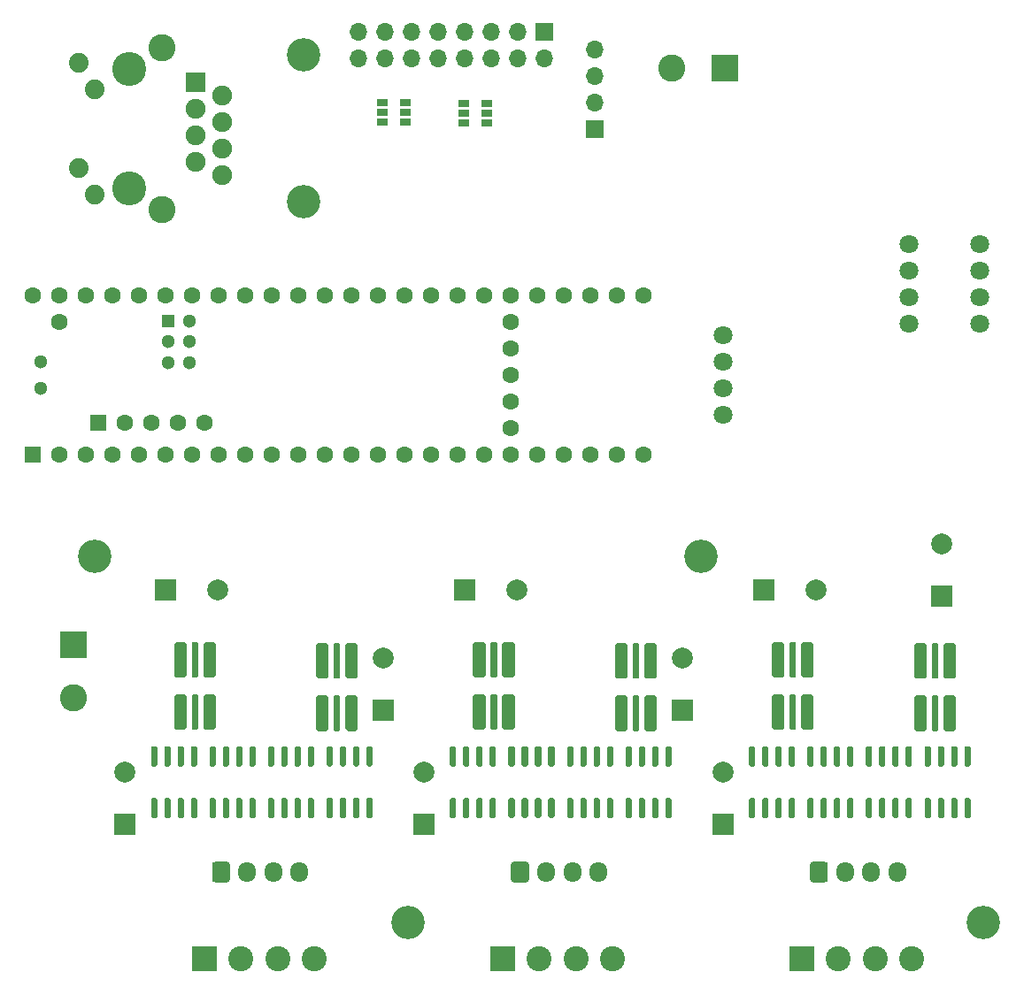
<source format=gbs>
G04 #@! TF.GenerationSoftware,KiCad,Pcbnew,5.1.9*
G04 #@! TF.CreationDate,2021-04-11T20:07:04-04:00*
G04 #@! TF.ProjectId,cnc-controller,636e632d-636f-46e7-9472-6f6c6c65722e,rev?*
G04 #@! TF.SameCoordinates,Original*
G04 #@! TF.FileFunction,Soldermask,Bot*
G04 #@! TF.FilePolarity,Negative*
%FSLAX46Y46*%
G04 Gerber Fmt 4.6, Leading zero omitted, Abs format (unit mm)*
G04 Created by KiCad (PCBNEW 5.1.9) date 2021-04-11 20:07:04*
%MOMM*%
%LPD*%
G01*
G04 APERTURE LIST*
%ADD10C,2.600000*%
%ADD11R,2.600000X2.600000*%
%ADD12C,1.300000*%
%ADD13C,1.600000*%
%ADD14R,1.300000X1.300000*%
%ADD15R,1.600000X1.600000*%
%ADD16C,1.800000*%
%ADD17R,1.060000X0.650000*%
%ADD18C,2.400000*%
%ADD19R,2.400000X2.400000*%
%ADD20O,1.700000X1.950000*%
%ADD21C,3.250000*%
%ADD22C,1.890000*%
%ADD23C,1.900000*%
%ADD24R,1.900000X1.900000*%
%ADD25O,1.700000X1.700000*%
%ADD26R,1.700000X1.700000*%
%ADD27C,3.200000*%
%ADD28C,2.000000*%
%ADD29R,2.000000X2.000000*%
G04 APERTURE END LIST*
D10*
X73220000Y-47200000D03*
D11*
X78300000Y-47200000D03*
G36*
G01*
X100203200Y-105700000D02*
X99396800Y-105700000D01*
G75*
G02*
X99200000Y-105503200I0J196800D01*
G01*
X99200000Y-102496800D01*
G75*
G02*
X99396800Y-102300000I196800J0D01*
G01*
X100203200Y-102300000D01*
G75*
G02*
X100400000Y-102496800I0J-196800D01*
G01*
X100400000Y-105503200D01*
G75*
G02*
X100203200Y-105700000I-196800J0D01*
G01*
G37*
G36*
G01*
X97403200Y-105700000D02*
X96596800Y-105700000D01*
G75*
G02*
X96400000Y-105503200I0J196800D01*
G01*
X96400000Y-102496800D01*
G75*
G02*
X96596800Y-102300000I196800J0D01*
G01*
X97403200Y-102300000D01*
G75*
G02*
X97600000Y-102496800I0J-196800D01*
G01*
X97600000Y-105503200D01*
G75*
G02*
X97403200Y-105700000I-196800J0D01*
G01*
G37*
G36*
G01*
X98601600Y-105700000D02*
X98198400Y-105700000D01*
G75*
G02*
X98100000Y-105601600I0J98400D01*
G01*
X98100000Y-102398400D01*
G75*
G02*
X98198400Y-102300000I98400J0D01*
G01*
X98601600Y-102300000D01*
G75*
G02*
X98700000Y-102398400I0J-98400D01*
G01*
X98700000Y-105601600D01*
G75*
G02*
X98601600Y-105700000I-98400J0D01*
G01*
G37*
G36*
G01*
X97403200Y-110700000D02*
X96596800Y-110700000D01*
G75*
G02*
X96400000Y-110503200I0J196800D01*
G01*
X96400000Y-107496800D01*
G75*
G02*
X96596800Y-107300000I196800J0D01*
G01*
X97403200Y-107300000D01*
G75*
G02*
X97600000Y-107496800I0J-196800D01*
G01*
X97600000Y-110503200D01*
G75*
G02*
X97403200Y-110700000I-196800J0D01*
G01*
G37*
G36*
G01*
X100203200Y-110700000D02*
X99396800Y-110700000D01*
G75*
G02*
X99200000Y-110503200I0J196800D01*
G01*
X99200000Y-107496800D01*
G75*
G02*
X99396800Y-107300000I196800J0D01*
G01*
X100203200Y-107300000D01*
G75*
G02*
X100400000Y-107496800I0J-196800D01*
G01*
X100400000Y-110503200D01*
G75*
G02*
X100203200Y-110700000I-196800J0D01*
G01*
G37*
G36*
G01*
X98601600Y-110700000D02*
X98198400Y-110700000D01*
G75*
G02*
X98100000Y-110601600I0J98400D01*
G01*
X98100000Y-107398400D01*
G75*
G02*
X98198400Y-107300000I98400J0D01*
G01*
X98601600Y-107300000D01*
G75*
G02*
X98700000Y-107398400I0J-98400D01*
G01*
X98700000Y-110601600D01*
G75*
G02*
X98601600Y-110700000I-98400J0D01*
G01*
G37*
G36*
G01*
X71603200Y-105700000D02*
X70796800Y-105700000D01*
G75*
G02*
X70600000Y-105503200I0J196800D01*
G01*
X70600000Y-102496800D01*
G75*
G02*
X70796800Y-102300000I196800J0D01*
G01*
X71603200Y-102300000D01*
G75*
G02*
X71800000Y-102496800I0J-196800D01*
G01*
X71800000Y-105503200D01*
G75*
G02*
X71603200Y-105700000I-196800J0D01*
G01*
G37*
G36*
G01*
X68803200Y-105700000D02*
X67996800Y-105700000D01*
G75*
G02*
X67800000Y-105503200I0J196800D01*
G01*
X67800000Y-102496800D01*
G75*
G02*
X67996800Y-102300000I196800J0D01*
G01*
X68803200Y-102300000D01*
G75*
G02*
X69000000Y-102496800I0J-196800D01*
G01*
X69000000Y-105503200D01*
G75*
G02*
X68803200Y-105700000I-196800J0D01*
G01*
G37*
G36*
G01*
X70001600Y-105700000D02*
X69598400Y-105700000D01*
G75*
G02*
X69500000Y-105601600I0J98400D01*
G01*
X69500000Y-102398400D01*
G75*
G02*
X69598400Y-102300000I98400J0D01*
G01*
X70001600Y-102300000D01*
G75*
G02*
X70100000Y-102398400I0J-98400D01*
G01*
X70100000Y-105601600D01*
G75*
G02*
X70001600Y-105700000I-98400J0D01*
G01*
G37*
G36*
G01*
X68803200Y-110700000D02*
X67996800Y-110700000D01*
G75*
G02*
X67800000Y-110503200I0J196800D01*
G01*
X67800000Y-107496800D01*
G75*
G02*
X67996800Y-107300000I196800J0D01*
G01*
X68803200Y-107300000D01*
G75*
G02*
X69000000Y-107496800I0J-196800D01*
G01*
X69000000Y-110503200D01*
G75*
G02*
X68803200Y-110700000I-196800J0D01*
G01*
G37*
G36*
G01*
X71603200Y-110700000D02*
X70796800Y-110700000D01*
G75*
G02*
X70600000Y-110503200I0J196800D01*
G01*
X70600000Y-107496800D01*
G75*
G02*
X70796800Y-107300000I196800J0D01*
G01*
X71603200Y-107300000D01*
G75*
G02*
X71800000Y-107496800I0J-196800D01*
G01*
X71800000Y-110503200D01*
G75*
G02*
X71603200Y-110700000I-196800J0D01*
G01*
G37*
G36*
G01*
X70001600Y-110700000D02*
X69598400Y-110700000D01*
G75*
G02*
X69500000Y-110601600I0J98400D01*
G01*
X69500000Y-107398400D01*
G75*
G02*
X69598400Y-107300000I98400J0D01*
G01*
X70001600Y-107300000D01*
G75*
G02*
X70100000Y-107398400I0J-98400D01*
G01*
X70100000Y-110601600D01*
G75*
G02*
X70001600Y-110700000I-98400J0D01*
G01*
G37*
G36*
G01*
X86603200Y-105600000D02*
X85796800Y-105600000D01*
G75*
G02*
X85600000Y-105403200I0J196800D01*
G01*
X85600000Y-102396800D01*
G75*
G02*
X85796800Y-102200000I196800J0D01*
G01*
X86603200Y-102200000D01*
G75*
G02*
X86800000Y-102396800I0J-196800D01*
G01*
X86800000Y-105403200D01*
G75*
G02*
X86603200Y-105600000I-196800J0D01*
G01*
G37*
G36*
G01*
X83803200Y-105600000D02*
X82996800Y-105600000D01*
G75*
G02*
X82800000Y-105403200I0J196800D01*
G01*
X82800000Y-102396800D01*
G75*
G02*
X82996800Y-102200000I196800J0D01*
G01*
X83803200Y-102200000D01*
G75*
G02*
X84000000Y-102396800I0J-196800D01*
G01*
X84000000Y-105403200D01*
G75*
G02*
X83803200Y-105600000I-196800J0D01*
G01*
G37*
G36*
G01*
X85001600Y-105600000D02*
X84598400Y-105600000D01*
G75*
G02*
X84500000Y-105501600I0J98400D01*
G01*
X84500000Y-102298400D01*
G75*
G02*
X84598400Y-102200000I98400J0D01*
G01*
X85001600Y-102200000D01*
G75*
G02*
X85100000Y-102298400I0J-98400D01*
G01*
X85100000Y-105501600D01*
G75*
G02*
X85001600Y-105600000I-98400J0D01*
G01*
G37*
G36*
G01*
X83803200Y-110600000D02*
X82996800Y-110600000D01*
G75*
G02*
X82800000Y-110403200I0J196800D01*
G01*
X82800000Y-107396800D01*
G75*
G02*
X82996800Y-107200000I196800J0D01*
G01*
X83803200Y-107200000D01*
G75*
G02*
X84000000Y-107396800I0J-196800D01*
G01*
X84000000Y-110403200D01*
G75*
G02*
X83803200Y-110600000I-196800J0D01*
G01*
G37*
G36*
G01*
X86603200Y-110600000D02*
X85796800Y-110600000D01*
G75*
G02*
X85600000Y-110403200I0J196800D01*
G01*
X85600000Y-107396800D01*
G75*
G02*
X85796800Y-107200000I196800J0D01*
G01*
X86603200Y-107200000D01*
G75*
G02*
X86800000Y-107396800I0J-196800D01*
G01*
X86800000Y-110403200D01*
G75*
G02*
X86603200Y-110600000I-196800J0D01*
G01*
G37*
G36*
G01*
X85001600Y-110600000D02*
X84598400Y-110600000D01*
G75*
G02*
X84500000Y-110501600I0J98400D01*
G01*
X84500000Y-107298400D01*
G75*
G02*
X84598400Y-107200000I98400J0D01*
G01*
X85001600Y-107200000D01*
G75*
G02*
X85100000Y-107298400I0J-98400D01*
G01*
X85100000Y-110501600D01*
G75*
G02*
X85001600Y-110600000I-98400J0D01*
G01*
G37*
G36*
G01*
X58003200Y-105600000D02*
X57196800Y-105600000D01*
G75*
G02*
X57000000Y-105403200I0J196800D01*
G01*
X57000000Y-102396800D01*
G75*
G02*
X57196800Y-102200000I196800J0D01*
G01*
X58003200Y-102200000D01*
G75*
G02*
X58200000Y-102396800I0J-196800D01*
G01*
X58200000Y-105403200D01*
G75*
G02*
X58003200Y-105600000I-196800J0D01*
G01*
G37*
G36*
G01*
X55203200Y-105600000D02*
X54396800Y-105600000D01*
G75*
G02*
X54200000Y-105403200I0J196800D01*
G01*
X54200000Y-102396800D01*
G75*
G02*
X54396800Y-102200000I196800J0D01*
G01*
X55203200Y-102200000D01*
G75*
G02*
X55400000Y-102396800I0J-196800D01*
G01*
X55400000Y-105403200D01*
G75*
G02*
X55203200Y-105600000I-196800J0D01*
G01*
G37*
G36*
G01*
X56401600Y-105600000D02*
X55998400Y-105600000D01*
G75*
G02*
X55900000Y-105501600I0J98400D01*
G01*
X55900000Y-102298400D01*
G75*
G02*
X55998400Y-102200000I98400J0D01*
G01*
X56401600Y-102200000D01*
G75*
G02*
X56500000Y-102298400I0J-98400D01*
G01*
X56500000Y-105501600D01*
G75*
G02*
X56401600Y-105600000I-98400J0D01*
G01*
G37*
G36*
G01*
X55203200Y-110600000D02*
X54396800Y-110600000D01*
G75*
G02*
X54200000Y-110403200I0J196800D01*
G01*
X54200000Y-107396800D01*
G75*
G02*
X54396800Y-107200000I196800J0D01*
G01*
X55203200Y-107200000D01*
G75*
G02*
X55400000Y-107396800I0J-196800D01*
G01*
X55400000Y-110403200D01*
G75*
G02*
X55203200Y-110600000I-196800J0D01*
G01*
G37*
G36*
G01*
X58003200Y-110600000D02*
X57196800Y-110600000D01*
G75*
G02*
X57000000Y-110403200I0J196800D01*
G01*
X57000000Y-107396800D01*
G75*
G02*
X57196800Y-107200000I196800J0D01*
G01*
X58003200Y-107200000D01*
G75*
G02*
X58200000Y-107396800I0J-196800D01*
G01*
X58200000Y-110403200D01*
G75*
G02*
X58003200Y-110600000I-196800J0D01*
G01*
G37*
G36*
G01*
X56401600Y-110600000D02*
X55998400Y-110600000D01*
G75*
G02*
X55900000Y-110501600I0J98400D01*
G01*
X55900000Y-107298400D01*
G75*
G02*
X55998400Y-107200000I98400J0D01*
G01*
X56401600Y-107200000D01*
G75*
G02*
X56500000Y-107298400I0J-98400D01*
G01*
X56500000Y-110501600D01*
G75*
G02*
X56401600Y-110600000I-98400J0D01*
G01*
G37*
G36*
G01*
X29403200Y-105600000D02*
X28596800Y-105600000D01*
G75*
G02*
X28400000Y-105403200I0J196800D01*
G01*
X28400000Y-102396800D01*
G75*
G02*
X28596800Y-102200000I196800J0D01*
G01*
X29403200Y-102200000D01*
G75*
G02*
X29600000Y-102396800I0J-196800D01*
G01*
X29600000Y-105403200D01*
G75*
G02*
X29403200Y-105600000I-196800J0D01*
G01*
G37*
G36*
G01*
X26603200Y-105600000D02*
X25796800Y-105600000D01*
G75*
G02*
X25600000Y-105403200I0J196800D01*
G01*
X25600000Y-102396800D01*
G75*
G02*
X25796800Y-102200000I196800J0D01*
G01*
X26603200Y-102200000D01*
G75*
G02*
X26800000Y-102396800I0J-196800D01*
G01*
X26800000Y-105403200D01*
G75*
G02*
X26603200Y-105600000I-196800J0D01*
G01*
G37*
G36*
G01*
X27801600Y-105600000D02*
X27398400Y-105600000D01*
G75*
G02*
X27300000Y-105501600I0J98400D01*
G01*
X27300000Y-102298400D01*
G75*
G02*
X27398400Y-102200000I98400J0D01*
G01*
X27801600Y-102200000D01*
G75*
G02*
X27900000Y-102298400I0J-98400D01*
G01*
X27900000Y-105501600D01*
G75*
G02*
X27801600Y-105600000I-98400J0D01*
G01*
G37*
G36*
G01*
X26603200Y-110600000D02*
X25796800Y-110600000D01*
G75*
G02*
X25600000Y-110403200I0J196800D01*
G01*
X25600000Y-107396800D01*
G75*
G02*
X25796800Y-107200000I196800J0D01*
G01*
X26603200Y-107200000D01*
G75*
G02*
X26800000Y-107396800I0J-196800D01*
G01*
X26800000Y-110403200D01*
G75*
G02*
X26603200Y-110600000I-196800J0D01*
G01*
G37*
G36*
G01*
X29403200Y-110600000D02*
X28596800Y-110600000D01*
G75*
G02*
X28400000Y-110403200I0J196800D01*
G01*
X28400000Y-107396800D01*
G75*
G02*
X28596800Y-107200000I196800J0D01*
G01*
X29403200Y-107200000D01*
G75*
G02*
X29600000Y-107396800I0J-196800D01*
G01*
X29600000Y-110403200D01*
G75*
G02*
X29403200Y-110600000I-196800J0D01*
G01*
G37*
G36*
G01*
X27801600Y-110600000D02*
X27398400Y-110600000D01*
G75*
G02*
X27300000Y-110501600I0J98400D01*
G01*
X27300000Y-107298400D01*
G75*
G02*
X27398400Y-107200000I98400J0D01*
G01*
X27801600Y-107200000D01*
G75*
G02*
X27900000Y-107298400I0J-98400D01*
G01*
X27900000Y-110501600D01*
G75*
G02*
X27801600Y-110600000I-98400J0D01*
G01*
G37*
G36*
G01*
X43003200Y-105700000D02*
X42196800Y-105700000D01*
G75*
G02*
X42000000Y-105503200I0J196800D01*
G01*
X42000000Y-102496800D01*
G75*
G02*
X42196800Y-102300000I196800J0D01*
G01*
X43003200Y-102300000D01*
G75*
G02*
X43200000Y-102496800I0J-196800D01*
G01*
X43200000Y-105503200D01*
G75*
G02*
X43003200Y-105700000I-196800J0D01*
G01*
G37*
G36*
G01*
X40203200Y-105700000D02*
X39396800Y-105700000D01*
G75*
G02*
X39200000Y-105503200I0J196800D01*
G01*
X39200000Y-102496800D01*
G75*
G02*
X39396800Y-102300000I196800J0D01*
G01*
X40203200Y-102300000D01*
G75*
G02*
X40400000Y-102496800I0J-196800D01*
G01*
X40400000Y-105503200D01*
G75*
G02*
X40203200Y-105700000I-196800J0D01*
G01*
G37*
G36*
G01*
X41401600Y-105700000D02*
X40998400Y-105700000D01*
G75*
G02*
X40900000Y-105601600I0J98400D01*
G01*
X40900000Y-102398400D01*
G75*
G02*
X40998400Y-102300000I98400J0D01*
G01*
X41401600Y-102300000D01*
G75*
G02*
X41500000Y-102398400I0J-98400D01*
G01*
X41500000Y-105601600D01*
G75*
G02*
X41401600Y-105700000I-98400J0D01*
G01*
G37*
G36*
G01*
X40203200Y-110700000D02*
X39396800Y-110700000D01*
G75*
G02*
X39200000Y-110503200I0J196800D01*
G01*
X39200000Y-107496800D01*
G75*
G02*
X39396800Y-107300000I196800J0D01*
G01*
X40203200Y-107300000D01*
G75*
G02*
X40400000Y-107496800I0J-196800D01*
G01*
X40400000Y-110503200D01*
G75*
G02*
X40203200Y-110700000I-196800J0D01*
G01*
G37*
G36*
G01*
X43003200Y-110700000D02*
X42196800Y-110700000D01*
G75*
G02*
X42000000Y-110503200I0J196800D01*
G01*
X42000000Y-107496800D01*
G75*
G02*
X42196800Y-107300000I196800J0D01*
G01*
X43003200Y-107300000D01*
G75*
G02*
X43200000Y-107496800I0J-196800D01*
G01*
X43200000Y-110503200D01*
G75*
G02*
X43003200Y-110700000I-196800J0D01*
G01*
G37*
G36*
G01*
X41401600Y-110700000D02*
X40998400Y-110700000D01*
G75*
G02*
X40900000Y-110601600I0J98400D01*
G01*
X40900000Y-107398400D01*
G75*
G02*
X40998400Y-107300000I98400J0D01*
G01*
X41401600Y-107300000D01*
G75*
G02*
X41500000Y-107398400I0J-98400D01*
G01*
X41500000Y-110601600D01*
G75*
G02*
X41401600Y-110700000I-98400J0D01*
G01*
G37*
D12*
X12820000Y-75330000D03*
X12820000Y-77870000D03*
D13*
X57810000Y-71520000D03*
X57810000Y-74060000D03*
X57810000Y-76600000D03*
X57810000Y-79140000D03*
X57810000Y-81680000D03*
D12*
X25060000Y-75418400D03*
X27060000Y-75418400D03*
X27060000Y-73418400D03*
X25060000Y-73418400D03*
X27060000Y-71418400D03*
D14*
X25060000Y-71418400D03*
D13*
X52730000Y-84220000D03*
X55270000Y-84220000D03*
X57810000Y-84220000D03*
X60350000Y-84220000D03*
X50190000Y-84220000D03*
X47650000Y-84220000D03*
X45110000Y-84220000D03*
X62890000Y-84220000D03*
X65430000Y-84220000D03*
X67970000Y-84220000D03*
X70510000Y-84220000D03*
X70510000Y-68980000D03*
X67970000Y-68980000D03*
X65430000Y-68980000D03*
X62890000Y-68980000D03*
X60350000Y-68980000D03*
X57810000Y-68980000D03*
X55270000Y-68980000D03*
X52730000Y-68980000D03*
X50190000Y-68980000D03*
X47650000Y-68980000D03*
X42570000Y-84220000D03*
X40030000Y-84220000D03*
X37490000Y-84220000D03*
X34950000Y-84220000D03*
X32410000Y-84220000D03*
X29870000Y-84220000D03*
X27330000Y-84220000D03*
X24790000Y-84220000D03*
X22250000Y-84220000D03*
X19710000Y-84220000D03*
X17170000Y-84220000D03*
X14630000Y-84220000D03*
D15*
X12090000Y-84220000D03*
D13*
X45110000Y-68980000D03*
X42570000Y-68980000D03*
X40030000Y-68980000D03*
X37490000Y-68980000D03*
X34950000Y-68980000D03*
X32410000Y-68980000D03*
X29870000Y-68980000D03*
X27330000Y-68980000D03*
X24790000Y-68980000D03*
X22250000Y-68980000D03*
X19710000Y-68980000D03*
X17170000Y-68980000D03*
X14630000Y-68980000D03*
X12090000Y-68980000D03*
D15*
X18389200Y-81169200D03*
D13*
X20929200Y-81169200D03*
X23469200Y-81169200D03*
X26009200Y-81169200D03*
X28549200Y-81169200D03*
X14630000Y-71520000D03*
D16*
X78100000Y-72790000D03*
X78100000Y-75330000D03*
X78100000Y-77870000D03*
X78100000Y-80410000D03*
X95900000Y-64090000D03*
X95900000Y-66630000D03*
X95900000Y-69170000D03*
X95900000Y-71710000D03*
X102700000Y-64090000D03*
X102700000Y-66630000D03*
X102700000Y-69170000D03*
X102700000Y-71710000D03*
D17*
X55550000Y-51575000D03*
X55550000Y-52525000D03*
X55550000Y-50625000D03*
X53350000Y-50625000D03*
X53350000Y-51575000D03*
X53350000Y-52525000D03*
X47725000Y-51450000D03*
X47725000Y-52400000D03*
X47725000Y-50500000D03*
X45525000Y-50500000D03*
X45525000Y-51450000D03*
X45525000Y-52400000D03*
G36*
G01*
X86345000Y-117100000D02*
X86645000Y-117100000D01*
G75*
G02*
X86795000Y-117250000I0J-150000D01*
G01*
X86795000Y-118900000D01*
G75*
G02*
X86645000Y-119050000I-150000J0D01*
G01*
X86345000Y-119050000D01*
G75*
G02*
X86195000Y-118900000I0J150000D01*
G01*
X86195000Y-117250000D01*
G75*
G02*
X86345000Y-117100000I150000J0D01*
G01*
G37*
G36*
G01*
X87615000Y-117100000D02*
X87915000Y-117100000D01*
G75*
G02*
X88065000Y-117250000I0J-150000D01*
G01*
X88065000Y-118900000D01*
G75*
G02*
X87915000Y-119050000I-150000J0D01*
G01*
X87615000Y-119050000D01*
G75*
G02*
X87465000Y-118900000I0J150000D01*
G01*
X87465000Y-117250000D01*
G75*
G02*
X87615000Y-117100000I150000J0D01*
G01*
G37*
G36*
G01*
X88885000Y-117100000D02*
X89185000Y-117100000D01*
G75*
G02*
X89335000Y-117250000I0J-150000D01*
G01*
X89335000Y-118900000D01*
G75*
G02*
X89185000Y-119050000I-150000J0D01*
G01*
X88885000Y-119050000D01*
G75*
G02*
X88735000Y-118900000I0J150000D01*
G01*
X88735000Y-117250000D01*
G75*
G02*
X88885000Y-117100000I150000J0D01*
G01*
G37*
G36*
G01*
X90155000Y-117100000D02*
X90455000Y-117100000D01*
G75*
G02*
X90605000Y-117250000I0J-150000D01*
G01*
X90605000Y-118900000D01*
G75*
G02*
X90455000Y-119050000I-150000J0D01*
G01*
X90155000Y-119050000D01*
G75*
G02*
X90005000Y-118900000I0J150000D01*
G01*
X90005000Y-117250000D01*
G75*
G02*
X90155000Y-117100000I150000J0D01*
G01*
G37*
G36*
G01*
X90155000Y-112150000D02*
X90455000Y-112150000D01*
G75*
G02*
X90605000Y-112300000I0J-150000D01*
G01*
X90605000Y-113950000D01*
G75*
G02*
X90455000Y-114100000I-150000J0D01*
G01*
X90155000Y-114100000D01*
G75*
G02*
X90005000Y-113950000I0J150000D01*
G01*
X90005000Y-112300000D01*
G75*
G02*
X90155000Y-112150000I150000J0D01*
G01*
G37*
G36*
G01*
X88885000Y-112150000D02*
X89185000Y-112150000D01*
G75*
G02*
X89335000Y-112300000I0J-150000D01*
G01*
X89335000Y-113950000D01*
G75*
G02*
X89185000Y-114100000I-150000J0D01*
G01*
X88885000Y-114100000D01*
G75*
G02*
X88735000Y-113950000I0J150000D01*
G01*
X88735000Y-112300000D01*
G75*
G02*
X88885000Y-112150000I150000J0D01*
G01*
G37*
G36*
G01*
X87615000Y-112150000D02*
X87915000Y-112150000D01*
G75*
G02*
X88065000Y-112300000I0J-150000D01*
G01*
X88065000Y-113950000D01*
G75*
G02*
X87915000Y-114100000I-150000J0D01*
G01*
X87615000Y-114100000D01*
G75*
G02*
X87465000Y-113950000I0J150000D01*
G01*
X87465000Y-112300000D01*
G75*
G02*
X87615000Y-112150000I150000J0D01*
G01*
G37*
G36*
G01*
X86345000Y-112150000D02*
X86645000Y-112150000D01*
G75*
G02*
X86795000Y-112300000I0J-150000D01*
G01*
X86795000Y-113950000D01*
G75*
G02*
X86645000Y-114100000I-150000J0D01*
G01*
X86345000Y-114100000D01*
G75*
G02*
X86195000Y-113950000I0J150000D01*
G01*
X86195000Y-112300000D01*
G75*
G02*
X86345000Y-112150000I150000J0D01*
G01*
G37*
G36*
G01*
X97545000Y-117100000D02*
X97845000Y-117100000D01*
G75*
G02*
X97995000Y-117250000I0J-150000D01*
G01*
X97995000Y-118900000D01*
G75*
G02*
X97845000Y-119050000I-150000J0D01*
G01*
X97545000Y-119050000D01*
G75*
G02*
X97395000Y-118900000I0J150000D01*
G01*
X97395000Y-117250000D01*
G75*
G02*
X97545000Y-117100000I150000J0D01*
G01*
G37*
G36*
G01*
X98815000Y-117100000D02*
X99115000Y-117100000D01*
G75*
G02*
X99265000Y-117250000I0J-150000D01*
G01*
X99265000Y-118900000D01*
G75*
G02*
X99115000Y-119050000I-150000J0D01*
G01*
X98815000Y-119050000D01*
G75*
G02*
X98665000Y-118900000I0J150000D01*
G01*
X98665000Y-117250000D01*
G75*
G02*
X98815000Y-117100000I150000J0D01*
G01*
G37*
G36*
G01*
X100085000Y-117100000D02*
X100385000Y-117100000D01*
G75*
G02*
X100535000Y-117250000I0J-150000D01*
G01*
X100535000Y-118900000D01*
G75*
G02*
X100385000Y-119050000I-150000J0D01*
G01*
X100085000Y-119050000D01*
G75*
G02*
X99935000Y-118900000I0J150000D01*
G01*
X99935000Y-117250000D01*
G75*
G02*
X100085000Y-117100000I150000J0D01*
G01*
G37*
G36*
G01*
X101355000Y-117100000D02*
X101655000Y-117100000D01*
G75*
G02*
X101805000Y-117250000I0J-150000D01*
G01*
X101805000Y-118900000D01*
G75*
G02*
X101655000Y-119050000I-150000J0D01*
G01*
X101355000Y-119050000D01*
G75*
G02*
X101205000Y-118900000I0J150000D01*
G01*
X101205000Y-117250000D01*
G75*
G02*
X101355000Y-117100000I150000J0D01*
G01*
G37*
G36*
G01*
X101355000Y-112150000D02*
X101655000Y-112150000D01*
G75*
G02*
X101805000Y-112300000I0J-150000D01*
G01*
X101805000Y-113950000D01*
G75*
G02*
X101655000Y-114100000I-150000J0D01*
G01*
X101355000Y-114100000D01*
G75*
G02*
X101205000Y-113950000I0J150000D01*
G01*
X101205000Y-112300000D01*
G75*
G02*
X101355000Y-112150000I150000J0D01*
G01*
G37*
G36*
G01*
X100085000Y-112150000D02*
X100385000Y-112150000D01*
G75*
G02*
X100535000Y-112300000I0J-150000D01*
G01*
X100535000Y-113950000D01*
G75*
G02*
X100385000Y-114100000I-150000J0D01*
G01*
X100085000Y-114100000D01*
G75*
G02*
X99935000Y-113950000I0J150000D01*
G01*
X99935000Y-112300000D01*
G75*
G02*
X100085000Y-112150000I150000J0D01*
G01*
G37*
G36*
G01*
X98815000Y-112150000D02*
X99115000Y-112150000D01*
G75*
G02*
X99265000Y-112300000I0J-150000D01*
G01*
X99265000Y-113950000D01*
G75*
G02*
X99115000Y-114100000I-150000J0D01*
G01*
X98815000Y-114100000D01*
G75*
G02*
X98665000Y-113950000I0J150000D01*
G01*
X98665000Y-112300000D01*
G75*
G02*
X98815000Y-112150000I150000J0D01*
G01*
G37*
G36*
G01*
X97545000Y-112150000D02*
X97845000Y-112150000D01*
G75*
G02*
X97995000Y-112300000I0J-150000D01*
G01*
X97995000Y-113950000D01*
G75*
G02*
X97845000Y-114100000I-150000J0D01*
G01*
X97545000Y-114100000D01*
G75*
G02*
X97395000Y-113950000I0J150000D01*
G01*
X97395000Y-112300000D01*
G75*
G02*
X97545000Y-112150000I150000J0D01*
G01*
G37*
G36*
G01*
X80745000Y-117100000D02*
X81045000Y-117100000D01*
G75*
G02*
X81195000Y-117250000I0J-150000D01*
G01*
X81195000Y-118900000D01*
G75*
G02*
X81045000Y-119050000I-150000J0D01*
G01*
X80745000Y-119050000D01*
G75*
G02*
X80595000Y-118900000I0J150000D01*
G01*
X80595000Y-117250000D01*
G75*
G02*
X80745000Y-117100000I150000J0D01*
G01*
G37*
G36*
G01*
X82015000Y-117100000D02*
X82315000Y-117100000D01*
G75*
G02*
X82465000Y-117250000I0J-150000D01*
G01*
X82465000Y-118900000D01*
G75*
G02*
X82315000Y-119050000I-150000J0D01*
G01*
X82015000Y-119050000D01*
G75*
G02*
X81865000Y-118900000I0J150000D01*
G01*
X81865000Y-117250000D01*
G75*
G02*
X82015000Y-117100000I150000J0D01*
G01*
G37*
G36*
G01*
X83285000Y-117100000D02*
X83585000Y-117100000D01*
G75*
G02*
X83735000Y-117250000I0J-150000D01*
G01*
X83735000Y-118900000D01*
G75*
G02*
X83585000Y-119050000I-150000J0D01*
G01*
X83285000Y-119050000D01*
G75*
G02*
X83135000Y-118900000I0J150000D01*
G01*
X83135000Y-117250000D01*
G75*
G02*
X83285000Y-117100000I150000J0D01*
G01*
G37*
G36*
G01*
X84555000Y-117100000D02*
X84855000Y-117100000D01*
G75*
G02*
X85005000Y-117250000I0J-150000D01*
G01*
X85005000Y-118900000D01*
G75*
G02*
X84855000Y-119050000I-150000J0D01*
G01*
X84555000Y-119050000D01*
G75*
G02*
X84405000Y-118900000I0J150000D01*
G01*
X84405000Y-117250000D01*
G75*
G02*
X84555000Y-117100000I150000J0D01*
G01*
G37*
G36*
G01*
X84555000Y-112150000D02*
X84855000Y-112150000D01*
G75*
G02*
X85005000Y-112300000I0J-150000D01*
G01*
X85005000Y-113950000D01*
G75*
G02*
X84855000Y-114100000I-150000J0D01*
G01*
X84555000Y-114100000D01*
G75*
G02*
X84405000Y-113950000I0J150000D01*
G01*
X84405000Y-112300000D01*
G75*
G02*
X84555000Y-112150000I150000J0D01*
G01*
G37*
G36*
G01*
X83285000Y-112150000D02*
X83585000Y-112150000D01*
G75*
G02*
X83735000Y-112300000I0J-150000D01*
G01*
X83735000Y-113950000D01*
G75*
G02*
X83585000Y-114100000I-150000J0D01*
G01*
X83285000Y-114100000D01*
G75*
G02*
X83135000Y-113950000I0J150000D01*
G01*
X83135000Y-112300000D01*
G75*
G02*
X83285000Y-112150000I150000J0D01*
G01*
G37*
G36*
G01*
X82015000Y-112150000D02*
X82315000Y-112150000D01*
G75*
G02*
X82465000Y-112300000I0J-150000D01*
G01*
X82465000Y-113950000D01*
G75*
G02*
X82315000Y-114100000I-150000J0D01*
G01*
X82015000Y-114100000D01*
G75*
G02*
X81865000Y-113950000I0J150000D01*
G01*
X81865000Y-112300000D01*
G75*
G02*
X82015000Y-112150000I150000J0D01*
G01*
G37*
G36*
G01*
X80745000Y-112150000D02*
X81045000Y-112150000D01*
G75*
G02*
X81195000Y-112300000I0J-150000D01*
G01*
X81195000Y-113950000D01*
G75*
G02*
X81045000Y-114100000I-150000J0D01*
G01*
X80745000Y-114100000D01*
G75*
G02*
X80595000Y-113950000I0J150000D01*
G01*
X80595000Y-112300000D01*
G75*
G02*
X80745000Y-112150000I150000J0D01*
G01*
G37*
G36*
G01*
X91945000Y-117100000D02*
X92245000Y-117100000D01*
G75*
G02*
X92395000Y-117250000I0J-150000D01*
G01*
X92395000Y-118900000D01*
G75*
G02*
X92245000Y-119050000I-150000J0D01*
G01*
X91945000Y-119050000D01*
G75*
G02*
X91795000Y-118900000I0J150000D01*
G01*
X91795000Y-117250000D01*
G75*
G02*
X91945000Y-117100000I150000J0D01*
G01*
G37*
G36*
G01*
X93215000Y-117100000D02*
X93515000Y-117100000D01*
G75*
G02*
X93665000Y-117250000I0J-150000D01*
G01*
X93665000Y-118900000D01*
G75*
G02*
X93515000Y-119050000I-150000J0D01*
G01*
X93215000Y-119050000D01*
G75*
G02*
X93065000Y-118900000I0J150000D01*
G01*
X93065000Y-117250000D01*
G75*
G02*
X93215000Y-117100000I150000J0D01*
G01*
G37*
G36*
G01*
X94485000Y-117100000D02*
X94785000Y-117100000D01*
G75*
G02*
X94935000Y-117250000I0J-150000D01*
G01*
X94935000Y-118900000D01*
G75*
G02*
X94785000Y-119050000I-150000J0D01*
G01*
X94485000Y-119050000D01*
G75*
G02*
X94335000Y-118900000I0J150000D01*
G01*
X94335000Y-117250000D01*
G75*
G02*
X94485000Y-117100000I150000J0D01*
G01*
G37*
G36*
G01*
X95755000Y-117100000D02*
X96055000Y-117100000D01*
G75*
G02*
X96205000Y-117250000I0J-150000D01*
G01*
X96205000Y-118900000D01*
G75*
G02*
X96055000Y-119050000I-150000J0D01*
G01*
X95755000Y-119050000D01*
G75*
G02*
X95605000Y-118900000I0J150000D01*
G01*
X95605000Y-117250000D01*
G75*
G02*
X95755000Y-117100000I150000J0D01*
G01*
G37*
G36*
G01*
X95755000Y-112150000D02*
X96055000Y-112150000D01*
G75*
G02*
X96205000Y-112300000I0J-150000D01*
G01*
X96205000Y-113950000D01*
G75*
G02*
X96055000Y-114100000I-150000J0D01*
G01*
X95755000Y-114100000D01*
G75*
G02*
X95605000Y-113950000I0J150000D01*
G01*
X95605000Y-112300000D01*
G75*
G02*
X95755000Y-112150000I150000J0D01*
G01*
G37*
G36*
G01*
X94485000Y-112150000D02*
X94785000Y-112150000D01*
G75*
G02*
X94935000Y-112300000I0J-150000D01*
G01*
X94935000Y-113950000D01*
G75*
G02*
X94785000Y-114100000I-150000J0D01*
G01*
X94485000Y-114100000D01*
G75*
G02*
X94335000Y-113950000I0J150000D01*
G01*
X94335000Y-112300000D01*
G75*
G02*
X94485000Y-112150000I150000J0D01*
G01*
G37*
G36*
G01*
X93215000Y-112150000D02*
X93515000Y-112150000D01*
G75*
G02*
X93665000Y-112300000I0J-150000D01*
G01*
X93665000Y-113950000D01*
G75*
G02*
X93515000Y-114100000I-150000J0D01*
G01*
X93215000Y-114100000D01*
G75*
G02*
X93065000Y-113950000I0J150000D01*
G01*
X93065000Y-112300000D01*
G75*
G02*
X93215000Y-112150000I150000J0D01*
G01*
G37*
G36*
G01*
X91945000Y-112150000D02*
X92245000Y-112150000D01*
G75*
G02*
X92395000Y-112300000I0J-150000D01*
G01*
X92395000Y-113950000D01*
G75*
G02*
X92245000Y-114100000I-150000J0D01*
G01*
X91945000Y-114100000D01*
G75*
G02*
X91795000Y-113950000I0J150000D01*
G01*
X91795000Y-112300000D01*
G75*
G02*
X91945000Y-112150000I150000J0D01*
G01*
G37*
G36*
G01*
X57745000Y-117100000D02*
X58045000Y-117100000D01*
G75*
G02*
X58195000Y-117250000I0J-150000D01*
G01*
X58195000Y-118900000D01*
G75*
G02*
X58045000Y-119050000I-150000J0D01*
G01*
X57745000Y-119050000D01*
G75*
G02*
X57595000Y-118900000I0J150000D01*
G01*
X57595000Y-117250000D01*
G75*
G02*
X57745000Y-117100000I150000J0D01*
G01*
G37*
G36*
G01*
X59015000Y-117100000D02*
X59315000Y-117100000D01*
G75*
G02*
X59465000Y-117250000I0J-150000D01*
G01*
X59465000Y-118900000D01*
G75*
G02*
X59315000Y-119050000I-150000J0D01*
G01*
X59015000Y-119050000D01*
G75*
G02*
X58865000Y-118900000I0J150000D01*
G01*
X58865000Y-117250000D01*
G75*
G02*
X59015000Y-117100000I150000J0D01*
G01*
G37*
G36*
G01*
X60285000Y-117100000D02*
X60585000Y-117100000D01*
G75*
G02*
X60735000Y-117250000I0J-150000D01*
G01*
X60735000Y-118900000D01*
G75*
G02*
X60585000Y-119050000I-150000J0D01*
G01*
X60285000Y-119050000D01*
G75*
G02*
X60135000Y-118900000I0J150000D01*
G01*
X60135000Y-117250000D01*
G75*
G02*
X60285000Y-117100000I150000J0D01*
G01*
G37*
G36*
G01*
X61555000Y-117100000D02*
X61855000Y-117100000D01*
G75*
G02*
X62005000Y-117250000I0J-150000D01*
G01*
X62005000Y-118900000D01*
G75*
G02*
X61855000Y-119050000I-150000J0D01*
G01*
X61555000Y-119050000D01*
G75*
G02*
X61405000Y-118900000I0J150000D01*
G01*
X61405000Y-117250000D01*
G75*
G02*
X61555000Y-117100000I150000J0D01*
G01*
G37*
G36*
G01*
X61555000Y-112150000D02*
X61855000Y-112150000D01*
G75*
G02*
X62005000Y-112300000I0J-150000D01*
G01*
X62005000Y-113950000D01*
G75*
G02*
X61855000Y-114100000I-150000J0D01*
G01*
X61555000Y-114100000D01*
G75*
G02*
X61405000Y-113950000I0J150000D01*
G01*
X61405000Y-112300000D01*
G75*
G02*
X61555000Y-112150000I150000J0D01*
G01*
G37*
G36*
G01*
X60285000Y-112150000D02*
X60585000Y-112150000D01*
G75*
G02*
X60735000Y-112300000I0J-150000D01*
G01*
X60735000Y-113950000D01*
G75*
G02*
X60585000Y-114100000I-150000J0D01*
G01*
X60285000Y-114100000D01*
G75*
G02*
X60135000Y-113950000I0J150000D01*
G01*
X60135000Y-112300000D01*
G75*
G02*
X60285000Y-112150000I150000J0D01*
G01*
G37*
G36*
G01*
X59015000Y-112150000D02*
X59315000Y-112150000D01*
G75*
G02*
X59465000Y-112300000I0J-150000D01*
G01*
X59465000Y-113950000D01*
G75*
G02*
X59315000Y-114100000I-150000J0D01*
G01*
X59015000Y-114100000D01*
G75*
G02*
X58865000Y-113950000I0J150000D01*
G01*
X58865000Y-112300000D01*
G75*
G02*
X59015000Y-112150000I150000J0D01*
G01*
G37*
G36*
G01*
X57745000Y-112150000D02*
X58045000Y-112150000D01*
G75*
G02*
X58195000Y-112300000I0J-150000D01*
G01*
X58195000Y-113950000D01*
G75*
G02*
X58045000Y-114100000I-150000J0D01*
G01*
X57745000Y-114100000D01*
G75*
G02*
X57595000Y-113950000I0J150000D01*
G01*
X57595000Y-112300000D01*
G75*
G02*
X57745000Y-112150000I150000J0D01*
G01*
G37*
G36*
G01*
X68945000Y-117100000D02*
X69245000Y-117100000D01*
G75*
G02*
X69395000Y-117250000I0J-150000D01*
G01*
X69395000Y-118900000D01*
G75*
G02*
X69245000Y-119050000I-150000J0D01*
G01*
X68945000Y-119050000D01*
G75*
G02*
X68795000Y-118900000I0J150000D01*
G01*
X68795000Y-117250000D01*
G75*
G02*
X68945000Y-117100000I150000J0D01*
G01*
G37*
G36*
G01*
X70215000Y-117100000D02*
X70515000Y-117100000D01*
G75*
G02*
X70665000Y-117250000I0J-150000D01*
G01*
X70665000Y-118900000D01*
G75*
G02*
X70515000Y-119050000I-150000J0D01*
G01*
X70215000Y-119050000D01*
G75*
G02*
X70065000Y-118900000I0J150000D01*
G01*
X70065000Y-117250000D01*
G75*
G02*
X70215000Y-117100000I150000J0D01*
G01*
G37*
G36*
G01*
X71485000Y-117100000D02*
X71785000Y-117100000D01*
G75*
G02*
X71935000Y-117250000I0J-150000D01*
G01*
X71935000Y-118900000D01*
G75*
G02*
X71785000Y-119050000I-150000J0D01*
G01*
X71485000Y-119050000D01*
G75*
G02*
X71335000Y-118900000I0J150000D01*
G01*
X71335000Y-117250000D01*
G75*
G02*
X71485000Y-117100000I150000J0D01*
G01*
G37*
G36*
G01*
X72755000Y-117100000D02*
X73055000Y-117100000D01*
G75*
G02*
X73205000Y-117250000I0J-150000D01*
G01*
X73205000Y-118900000D01*
G75*
G02*
X73055000Y-119050000I-150000J0D01*
G01*
X72755000Y-119050000D01*
G75*
G02*
X72605000Y-118900000I0J150000D01*
G01*
X72605000Y-117250000D01*
G75*
G02*
X72755000Y-117100000I150000J0D01*
G01*
G37*
G36*
G01*
X72755000Y-112150000D02*
X73055000Y-112150000D01*
G75*
G02*
X73205000Y-112300000I0J-150000D01*
G01*
X73205000Y-113950000D01*
G75*
G02*
X73055000Y-114100000I-150000J0D01*
G01*
X72755000Y-114100000D01*
G75*
G02*
X72605000Y-113950000I0J150000D01*
G01*
X72605000Y-112300000D01*
G75*
G02*
X72755000Y-112150000I150000J0D01*
G01*
G37*
G36*
G01*
X71485000Y-112150000D02*
X71785000Y-112150000D01*
G75*
G02*
X71935000Y-112300000I0J-150000D01*
G01*
X71935000Y-113950000D01*
G75*
G02*
X71785000Y-114100000I-150000J0D01*
G01*
X71485000Y-114100000D01*
G75*
G02*
X71335000Y-113950000I0J150000D01*
G01*
X71335000Y-112300000D01*
G75*
G02*
X71485000Y-112150000I150000J0D01*
G01*
G37*
G36*
G01*
X70215000Y-112150000D02*
X70515000Y-112150000D01*
G75*
G02*
X70665000Y-112300000I0J-150000D01*
G01*
X70665000Y-113950000D01*
G75*
G02*
X70515000Y-114100000I-150000J0D01*
G01*
X70215000Y-114100000D01*
G75*
G02*
X70065000Y-113950000I0J150000D01*
G01*
X70065000Y-112300000D01*
G75*
G02*
X70215000Y-112150000I150000J0D01*
G01*
G37*
G36*
G01*
X68945000Y-112150000D02*
X69245000Y-112150000D01*
G75*
G02*
X69395000Y-112300000I0J-150000D01*
G01*
X69395000Y-113950000D01*
G75*
G02*
X69245000Y-114100000I-150000J0D01*
G01*
X68945000Y-114100000D01*
G75*
G02*
X68795000Y-113950000I0J150000D01*
G01*
X68795000Y-112300000D01*
G75*
G02*
X68945000Y-112150000I150000J0D01*
G01*
G37*
G36*
G01*
X52145000Y-117100000D02*
X52445000Y-117100000D01*
G75*
G02*
X52595000Y-117250000I0J-150000D01*
G01*
X52595000Y-118900000D01*
G75*
G02*
X52445000Y-119050000I-150000J0D01*
G01*
X52145000Y-119050000D01*
G75*
G02*
X51995000Y-118900000I0J150000D01*
G01*
X51995000Y-117250000D01*
G75*
G02*
X52145000Y-117100000I150000J0D01*
G01*
G37*
G36*
G01*
X53415000Y-117100000D02*
X53715000Y-117100000D01*
G75*
G02*
X53865000Y-117250000I0J-150000D01*
G01*
X53865000Y-118900000D01*
G75*
G02*
X53715000Y-119050000I-150000J0D01*
G01*
X53415000Y-119050000D01*
G75*
G02*
X53265000Y-118900000I0J150000D01*
G01*
X53265000Y-117250000D01*
G75*
G02*
X53415000Y-117100000I150000J0D01*
G01*
G37*
G36*
G01*
X54685000Y-117100000D02*
X54985000Y-117100000D01*
G75*
G02*
X55135000Y-117250000I0J-150000D01*
G01*
X55135000Y-118900000D01*
G75*
G02*
X54985000Y-119050000I-150000J0D01*
G01*
X54685000Y-119050000D01*
G75*
G02*
X54535000Y-118900000I0J150000D01*
G01*
X54535000Y-117250000D01*
G75*
G02*
X54685000Y-117100000I150000J0D01*
G01*
G37*
G36*
G01*
X55955000Y-117100000D02*
X56255000Y-117100000D01*
G75*
G02*
X56405000Y-117250000I0J-150000D01*
G01*
X56405000Y-118900000D01*
G75*
G02*
X56255000Y-119050000I-150000J0D01*
G01*
X55955000Y-119050000D01*
G75*
G02*
X55805000Y-118900000I0J150000D01*
G01*
X55805000Y-117250000D01*
G75*
G02*
X55955000Y-117100000I150000J0D01*
G01*
G37*
G36*
G01*
X55955000Y-112150000D02*
X56255000Y-112150000D01*
G75*
G02*
X56405000Y-112300000I0J-150000D01*
G01*
X56405000Y-113950000D01*
G75*
G02*
X56255000Y-114100000I-150000J0D01*
G01*
X55955000Y-114100000D01*
G75*
G02*
X55805000Y-113950000I0J150000D01*
G01*
X55805000Y-112300000D01*
G75*
G02*
X55955000Y-112150000I150000J0D01*
G01*
G37*
G36*
G01*
X54685000Y-112150000D02*
X54985000Y-112150000D01*
G75*
G02*
X55135000Y-112300000I0J-150000D01*
G01*
X55135000Y-113950000D01*
G75*
G02*
X54985000Y-114100000I-150000J0D01*
G01*
X54685000Y-114100000D01*
G75*
G02*
X54535000Y-113950000I0J150000D01*
G01*
X54535000Y-112300000D01*
G75*
G02*
X54685000Y-112150000I150000J0D01*
G01*
G37*
G36*
G01*
X53415000Y-112150000D02*
X53715000Y-112150000D01*
G75*
G02*
X53865000Y-112300000I0J-150000D01*
G01*
X53865000Y-113950000D01*
G75*
G02*
X53715000Y-114100000I-150000J0D01*
G01*
X53415000Y-114100000D01*
G75*
G02*
X53265000Y-113950000I0J150000D01*
G01*
X53265000Y-112300000D01*
G75*
G02*
X53415000Y-112150000I150000J0D01*
G01*
G37*
G36*
G01*
X52145000Y-112150000D02*
X52445000Y-112150000D01*
G75*
G02*
X52595000Y-112300000I0J-150000D01*
G01*
X52595000Y-113950000D01*
G75*
G02*
X52445000Y-114100000I-150000J0D01*
G01*
X52145000Y-114100000D01*
G75*
G02*
X51995000Y-113950000I0J150000D01*
G01*
X51995000Y-112300000D01*
G75*
G02*
X52145000Y-112150000I150000J0D01*
G01*
G37*
G36*
G01*
X63345000Y-117100000D02*
X63645000Y-117100000D01*
G75*
G02*
X63795000Y-117250000I0J-150000D01*
G01*
X63795000Y-118900000D01*
G75*
G02*
X63645000Y-119050000I-150000J0D01*
G01*
X63345000Y-119050000D01*
G75*
G02*
X63195000Y-118900000I0J150000D01*
G01*
X63195000Y-117250000D01*
G75*
G02*
X63345000Y-117100000I150000J0D01*
G01*
G37*
G36*
G01*
X64615000Y-117100000D02*
X64915000Y-117100000D01*
G75*
G02*
X65065000Y-117250000I0J-150000D01*
G01*
X65065000Y-118900000D01*
G75*
G02*
X64915000Y-119050000I-150000J0D01*
G01*
X64615000Y-119050000D01*
G75*
G02*
X64465000Y-118900000I0J150000D01*
G01*
X64465000Y-117250000D01*
G75*
G02*
X64615000Y-117100000I150000J0D01*
G01*
G37*
G36*
G01*
X65885000Y-117100000D02*
X66185000Y-117100000D01*
G75*
G02*
X66335000Y-117250000I0J-150000D01*
G01*
X66335000Y-118900000D01*
G75*
G02*
X66185000Y-119050000I-150000J0D01*
G01*
X65885000Y-119050000D01*
G75*
G02*
X65735000Y-118900000I0J150000D01*
G01*
X65735000Y-117250000D01*
G75*
G02*
X65885000Y-117100000I150000J0D01*
G01*
G37*
G36*
G01*
X67155000Y-117100000D02*
X67455000Y-117100000D01*
G75*
G02*
X67605000Y-117250000I0J-150000D01*
G01*
X67605000Y-118900000D01*
G75*
G02*
X67455000Y-119050000I-150000J0D01*
G01*
X67155000Y-119050000D01*
G75*
G02*
X67005000Y-118900000I0J150000D01*
G01*
X67005000Y-117250000D01*
G75*
G02*
X67155000Y-117100000I150000J0D01*
G01*
G37*
G36*
G01*
X67155000Y-112150000D02*
X67455000Y-112150000D01*
G75*
G02*
X67605000Y-112300000I0J-150000D01*
G01*
X67605000Y-113950000D01*
G75*
G02*
X67455000Y-114100000I-150000J0D01*
G01*
X67155000Y-114100000D01*
G75*
G02*
X67005000Y-113950000I0J150000D01*
G01*
X67005000Y-112300000D01*
G75*
G02*
X67155000Y-112150000I150000J0D01*
G01*
G37*
G36*
G01*
X65885000Y-112150000D02*
X66185000Y-112150000D01*
G75*
G02*
X66335000Y-112300000I0J-150000D01*
G01*
X66335000Y-113950000D01*
G75*
G02*
X66185000Y-114100000I-150000J0D01*
G01*
X65885000Y-114100000D01*
G75*
G02*
X65735000Y-113950000I0J150000D01*
G01*
X65735000Y-112300000D01*
G75*
G02*
X65885000Y-112150000I150000J0D01*
G01*
G37*
G36*
G01*
X64615000Y-112150000D02*
X64915000Y-112150000D01*
G75*
G02*
X65065000Y-112300000I0J-150000D01*
G01*
X65065000Y-113950000D01*
G75*
G02*
X64915000Y-114100000I-150000J0D01*
G01*
X64615000Y-114100000D01*
G75*
G02*
X64465000Y-113950000I0J150000D01*
G01*
X64465000Y-112300000D01*
G75*
G02*
X64615000Y-112150000I150000J0D01*
G01*
G37*
G36*
G01*
X63345000Y-112150000D02*
X63645000Y-112150000D01*
G75*
G02*
X63795000Y-112300000I0J-150000D01*
G01*
X63795000Y-113950000D01*
G75*
G02*
X63645000Y-114100000I-150000J0D01*
G01*
X63345000Y-114100000D01*
G75*
G02*
X63195000Y-113950000I0J150000D01*
G01*
X63195000Y-112300000D01*
G75*
G02*
X63345000Y-112150000I150000J0D01*
G01*
G37*
G36*
G01*
X29145000Y-117100000D02*
X29445000Y-117100000D01*
G75*
G02*
X29595000Y-117250000I0J-150000D01*
G01*
X29595000Y-118900000D01*
G75*
G02*
X29445000Y-119050000I-150000J0D01*
G01*
X29145000Y-119050000D01*
G75*
G02*
X28995000Y-118900000I0J150000D01*
G01*
X28995000Y-117250000D01*
G75*
G02*
X29145000Y-117100000I150000J0D01*
G01*
G37*
G36*
G01*
X30415000Y-117100000D02*
X30715000Y-117100000D01*
G75*
G02*
X30865000Y-117250000I0J-150000D01*
G01*
X30865000Y-118900000D01*
G75*
G02*
X30715000Y-119050000I-150000J0D01*
G01*
X30415000Y-119050000D01*
G75*
G02*
X30265000Y-118900000I0J150000D01*
G01*
X30265000Y-117250000D01*
G75*
G02*
X30415000Y-117100000I150000J0D01*
G01*
G37*
G36*
G01*
X31685000Y-117100000D02*
X31985000Y-117100000D01*
G75*
G02*
X32135000Y-117250000I0J-150000D01*
G01*
X32135000Y-118900000D01*
G75*
G02*
X31985000Y-119050000I-150000J0D01*
G01*
X31685000Y-119050000D01*
G75*
G02*
X31535000Y-118900000I0J150000D01*
G01*
X31535000Y-117250000D01*
G75*
G02*
X31685000Y-117100000I150000J0D01*
G01*
G37*
G36*
G01*
X32955000Y-117100000D02*
X33255000Y-117100000D01*
G75*
G02*
X33405000Y-117250000I0J-150000D01*
G01*
X33405000Y-118900000D01*
G75*
G02*
X33255000Y-119050000I-150000J0D01*
G01*
X32955000Y-119050000D01*
G75*
G02*
X32805000Y-118900000I0J150000D01*
G01*
X32805000Y-117250000D01*
G75*
G02*
X32955000Y-117100000I150000J0D01*
G01*
G37*
G36*
G01*
X32955000Y-112150000D02*
X33255000Y-112150000D01*
G75*
G02*
X33405000Y-112300000I0J-150000D01*
G01*
X33405000Y-113950000D01*
G75*
G02*
X33255000Y-114100000I-150000J0D01*
G01*
X32955000Y-114100000D01*
G75*
G02*
X32805000Y-113950000I0J150000D01*
G01*
X32805000Y-112300000D01*
G75*
G02*
X32955000Y-112150000I150000J0D01*
G01*
G37*
G36*
G01*
X31685000Y-112150000D02*
X31985000Y-112150000D01*
G75*
G02*
X32135000Y-112300000I0J-150000D01*
G01*
X32135000Y-113950000D01*
G75*
G02*
X31985000Y-114100000I-150000J0D01*
G01*
X31685000Y-114100000D01*
G75*
G02*
X31535000Y-113950000I0J150000D01*
G01*
X31535000Y-112300000D01*
G75*
G02*
X31685000Y-112150000I150000J0D01*
G01*
G37*
G36*
G01*
X30415000Y-112150000D02*
X30715000Y-112150000D01*
G75*
G02*
X30865000Y-112300000I0J-150000D01*
G01*
X30865000Y-113950000D01*
G75*
G02*
X30715000Y-114100000I-150000J0D01*
G01*
X30415000Y-114100000D01*
G75*
G02*
X30265000Y-113950000I0J150000D01*
G01*
X30265000Y-112300000D01*
G75*
G02*
X30415000Y-112150000I150000J0D01*
G01*
G37*
G36*
G01*
X29145000Y-112150000D02*
X29445000Y-112150000D01*
G75*
G02*
X29595000Y-112300000I0J-150000D01*
G01*
X29595000Y-113950000D01*
G75*
G02*
X29445000Y-114100000I-150000J0D01*
G01*
X29145000Y-114100000D01*
G75*
G02*
X28995000Y-113950000I0J150000D01*
G01*
X28995000Y-112300000D01*
G75*
G02*
X29145000Y-112150000I150000J0D01*
G01*
G37*
G36*
G01*
X40345000Y-117100000D02*
X40645000Y-117100000D01*
G75*
G02*
X40795000Y-117250000I0J-150000D01*
G01*
X40795000Y-118900000D01*
G75*
G02*
X40645000Y-119050000I-150000J0D01*
G01*
X40345000Y-119050000D01*
G75*
G02*
X40195000Y-118900000I0J150000D01*
G01*
X40195000Y-117250000D01*
G75*
G02*
X40345000Y-117100000I150000J0D01*
G01*
G37*
G36*
G01*
X41615000Y-117100000D02*
X41915000Y-117100000D01*
G75*
G02*
X42065000Y-117250000I0J-150000D01*
G01*
X42065000Y-118900000D01*
G75*
G02*
X41915000Y-119050000I-150000J0D01*
G01*
X41615000Y-119050000D01*
G75*
G02*
X41465000Y-118900000I0J150000D01*
G01*
X41465000Y-117250000D01*
G75*
G02*
X41615000Y-117100000I150000J0D01*
G01*
G37*
G36*
G01*
X42885000Y-117100000D02*
X43185000Y-117100000D01*
G75*
G02*
X43335000Y-117250000I0J-150000D01*
G01*
X43335000Y-118900000D01*
G75*
G02*
X43185000Y-119050000I-150000J0D01*
G01*
X42885000Y-119050000D01*
G75*
G02*
X42735000Y-118900000I0J150000D01*
G01*
X42735000Y-117250000D01*
G75*
G02*
X42885000Y-117100000I150000J0D01*
G01*
G37*
G36*
G01*
X44155000Y-117100000D02*
X44455000Y-117100000D01*
G75*
G02*
X44605000Y-117250000I0J-150000D01*
G01*
X44605000Y-118900000D01*
G75*
G02*
X44455000Y-119050000I-150000J0D01*
G01*
X44155000Y-119050000D01*
G75*
G02*
X44005000Y-118900000I0J150000D01*
G01*
X44005000Y-117250000D01*
G75*
G02*
X44155000Y-117100000I150000J0D01*
G01*
G37*
G36*
G01*
X44155000Y-112150000D02*
X44455000Y-112150000D01*
G75*
G02*
X44605000Y-112300000I0J-150000D01*
G01*
X44605000Y-113950000D01*
G75*
G02*
X44455000Y-114100000I-150000J0D01*
G01*
X44155000Y-114100000D01*
G75*
G02*
X44005000Y-113950000I0J150000D01*
G01*
X44005000Y-112300000D01*
G75*
G02*
X44155000Y-112150000I150000J0D01*
G01*
G37*
G36*
G01*
X42885000Y-112150000D02*
X43185000Y-112150000D01*
G75*
G02*
X43335000Y-112300000I0J-150000D01*
G01*
X43335000Y-113950000D01*
G75*
G02*
X43185000Y-114100000I-150000J0D01*
G01*
X42885000Y-114100000D01*
G75*
G02*
X42735000Y-113950000I0J150000D01*
G01*
X42735000Y-112300000D01*
G75*
G02*
X42885000Y-112150000I150000J0D01*
G01*
G37*
G36*
G01*
X41615000Y-112150000D02*
X41915000Y-112150000D01*
G75*
G02*
X42065000Y-112300000I0J-150000D01*
G01*
X42065000Y-113950000D01*
G75*
G02*
X41915000Y-114100000I-150000J0D01*
G01*
X41615000Y-114100000D01*
G75*
G02*
X41465000Y-113950000I0J150000D01*
G01*
X41465000Y-112300000D01*
G75*
G02*
X41615000Y-112150000I150000J0D01*
G01*
G37*
G36*
G01*
X40345000Y-112150000D02*
X40645000Y-112150000D01*
G75*
G02*
X40795000Y-112300000I0J-150000D01*
G01*
X40795000Y-113950000D01*
G75*
G02*
X40645000Y-114100000I-150000J0D01*
G01*
X40345000Y-114100000D01*
G75*
G02*
X40195000Y-113950000I0J150000D01*
G01*
X40195000Y-112300000D01*
G75*
G02*
X40345000Y-112150000I150000J0D01*
G01*
G37*
G36*
G01*
X23545000Y-117100000D02*
X23845000Y-117100000D01*
G75*
G02*
X23995000Y-117250000I0J-150000D01*
G01*
X23995000Y-118900000D01*
G75*
G02*
X23845000Y-119050000I-150000J0D01*
G01*
X23545000Y-119050000D01*
G75*
G02*
X23395000Y-118900000I0J150000D01*
G01*
X23395000Y-117250000D01*
G75*
G02*
X23545000Y-117100000I150000J0D01*
G01*
G37*
G36*
G01*
X24815000Y-117100000D02*
X25115000Y-117100000D01*
G75*
G02*
X25265000Y-117250000I0J-150000D01*
G01*
X25265000Y-118900000D01*
G75*
G02*
X25115000Y-119050000I-150000J0D01*
G01*
X24815000Y-119050000D01*
G75*
G02*
X24665000Y-118900000I0J150000D01*
G01*
X24665000Y-117250000D01*
G75*
G02*
X24815000Y-117100000I150000J0D01*
G01*
G37*
G36*
G01*
X26085000Y-117100000D02*
X26385000Y-117100000D01*
G75*
G02*
X26535000Y-117250000I0J-150000D01*
G01*
X26535000Y-118900000D01*
G75*
G02*
X26385000Y-119050000I-150000J0D01*
G01*
X26085000Y-119050000D01*
G75*
G02*
X25935000Y-118900000I0J150000D01*
G01*
X25935000Y-117250000D01*
G75*
G02*
X26085000Y-117100000I150000J0D01*
G01*
G37*
G36*
G01*
X27355000Y-117100000D02*
X27655000Y-117100000D01*
G75*
G02*
X27805000Y-117250000I0J-150000D01*
G01*
X27805000Y-118900000D01*
G75*
G02*
X27655000Y-119050000I-150000J0D01*
G01*
X27355000Y-119050000D01*
G75*
G02*
X27205000Y-118900000I0J150000D01*
G01*
X27205000Y-117250000D01*
G75*
G02*
X27355000Y-117100000I150000J0D01*
G01*
G37*
G36*
G01*
X27355000Y-112150000D02*
X27655000Y-112150000D01*
G75*
G02*
X27805000Y-112300000I0J-150000D01*
G01*
X27805000Y-113950000D01*
G75*
G02*
X27655000Y-114100000I-150000J0D01*
G01*
X27355000Y-114100000D01*
G75*
G02*
X27205000Y-113950000I0J150000D01*
G01*
X27205000Y-112300000D01*
G75*
G02*
X27355000Y-112150000I150000J0D01*
G01*
G37*
G36*
G01*
X26085000Y-112150000D02*
X26385000Y-112150000D01*
G75*
G02*
X26535000Y-112300000I0J-150000D01*
G01*
X26535000Y-113950000D01*
G75*
G02*
X26385000Y-114100000I-150000J0D01*
G01*
X26085000Y-114100000D01*
G75*
G02*
X25935000Y-113950000I0J150000D01*
G01*
X25935000Y-112300000D01*
G75*
G02*
X26085000Y-112150000I150000J0D01*
G01*
G37*
G36*
G01*
X24815000Y-112150000D02*
X25115000Y-112150000D01*
G75*
G02*
X25265000Y-112300000I0J-150000D01*
G01*
X25265000Y-113950000D01*
G75*
G02*
X25115000Y-114100000I-150000J0D01*
G01*
X24815000Y-114100000D01*
G75*
G02*
X24665000Y-113950000I0J150000D01*
G01*
X24665000Y-112300000D01*
G75*
G02*
X24815000Y-112150000I150000J0D01*
G01*
G37*
G36*
G01*
X23545000Y-112150000D02*
X23845000Y-112150000D01*
G75*
G02*
X23995000Y-112300000I0J-150000D01*
G01*
X23995000Y-113950000D01*
G75*
G02*
X23845000Y-114100000I-150000J0D01*
G01*
X23545000Y-114100000D01*
G75*
G02*
X23395000Y-113950000I0J150000D01*
G01*
X23395000Y-112300000D01*
G75*
G02*
X23545000Y-112150000I150000J0D01*
G01*
G37*
G36*
G01*
X34745000Y-117100000D02*
X35045000Y-117100000D01*
G75*
G02*
X35195000Y-117250000I0J-150000D01*
G01*
X35195000Y-118900000D01*
G75*
G02*
X35045000Y-119050000I-150000J0D01*
G01*
X34745000Y-119050000D01*
G75*
G02*
X34595000Y-118900000I0J150000D01*
G01*
X34595000Y-117250000D01*
G75*
G02*
X34745000Y-117100000I150000J0D01*
G01*
G37*
G36*
G01*
X36015000Y-117100000D02*
X36315000Y-117100000D01*
G75*
G02*
X36465000Y-117250000I0J-150000D01*
G01*
X36465000Y-118900000D01*
G75*
G02*
X36315000Y-119050000I-150000J0D01*
G01*
X36015000Y-119050000D01*
G75*
G02*
X35865000Y-118900000I0J150000D01*
G01*
X35865000Y-117250000D01*
G75*
G02*
X36015000Y-117100000I150000J0D01*
G01*
G37*
G36*
G01*
X37285000Y-117100000D02*
X37585000Y-117100000D01*
G75*
G02*
X37735000Y-117250000I0J-150000D01*
G01*
X37735000Y-118900000D01*
G75*
G02*
X37585000Y-119050000I-150000J0D01*
G01*
X37285000Y-119050000D01*
G75*
G02*
X37135000Y-118900000I0J150000D01*
G01*
X37135000Y-117250000D01*
G75*
G02*
X37285000Y-117100000I150000J0D01*
G01*
G37*
G36*
G01*
X38555000Y-117100000D02*
X38855000Y-117100000D01*
G75*
G02*
X39005000Y-117250000I0J-150000D01*
G01*
X39005000Y-118900000D01*
G75*
G02*
X38855000Y-119050000I-150000J0D01*
G01*
X38555000Y-119050000D01*
G75*
G02*
X38405000Y-118900000I0J150000D01*
G01*
X38405000Y-117250000D01*
G75*
G02*
X38555000Y-117100000I150000J0D01*
G01*
G37*
G36*
G01*
X38555000Y-112150000D02*
X38855000Y-112150000D01*
G75*
G02*
X39005000Y-112300000I0J-150000D01*
G01*
X39005000Y-113950000D01*
G75*
G02*
X38855000Y-114100000I-150000J0D01*
G01*
X38555000Y-114100000D01*
G75*
G02*
X38405000Y-113950000I0J150000D01*
G01*
X38405000Y-112300000D01*
G75*
G02*
X38555000Y-112150000I150000J0D01*
G01*
G37*
G36*
G01*
X37285000Y-112150000D02*
X37585000Y-112150000D01*
G75*
G02*
X37735000Y-112300000I0J-150000D01*
G01*
X37735000Y-113950000D01*
G75*
G02*
X37585000Y-114100000I-150000J0D01*
G01*
X37285000Y-114100000D01*
G75*
G02*
X37135000Y-113950000I0J150000D01*
G01*
X37135000Y-112300000D01*
G75*
G02*
X37285000Y-112150000I150000J0D01*
G01*
G37*
G36*
G01*
X36015000Y-112150000D02*
X36315000Y-112150000D01*
G75*
G02*
X36465000Y-112300000I0J-150000D01*
G01*
X36465000Y-113950000D01*
G75*
G02*
X36315000Y-114100000I-150000J0D01*
G01*
X36015000Y-114100000D01*
G75*
G02*
X35865000Y-113950000I0J150000D01*
G01*
X35865000Y-112300000D01*
G75*
G02*
X36015000Y-112150000I150000J0D01*
G01*
G37*
G36*
G01*
X34745000Y-112150000D02*
X35045000Y-112150000D01*
G75*
G02*
X35195000Y-112300000I0J-150000D01*
G01*
X35195000Y-113950000D01*
G75*
G02*
X35045000Y-114100000I-150000J0D01*
G01*
X34745000Y-114100000D01*
G75*
G02*
X34595000Y-113950000I0J150000D01*
G01*
X34595000Y-112300000D01*
G75*
G02*
X34745000Y-112150000I150000J0D01*
G01*
G37*
D18*
X96150000Y-132500000D03*
X92650000Y-132500000D03*
X89150000Y-132500000D03*
D19*
X85650000Y-132500000D03*
D20*
X94800000Y-124200000D03*
X92300000Y-124200000D03*
X89800000Y-124200000D03*
G36*
G01*
X86450000Y-124925000D02*
X86450000Y-123475000D01*
G75*
G02*
X86700000Y-123225000I250000J0D01*
G01*
X87900000Y-123225000D01*
G75*
G02*
X88150000Y-123475000I0J-250000D01*
G01*
X88150000Y-124925000D01*
G75*
G02*
X87900000Y-125175000I-250000J0D01*
G01*
X86700000Y-125175000D01*
G75*
G02*
X86450000Y-124925000I0J250000D01*
G01*
G37*
D18*
X67550000Y-132500000D03*
X64050000Y-132500000D03*
X60550000Y-132500000D03*
D19*
X57050000Y-132500000D03*
D20*
X66200000Y-124200000D03*
X63700000Y-124200000D03*
X61200000Y-124200000D03*
G36*
G01*
X57850000Y-124925000D02*
X57850000Y-123475000D01*
G75*
G02*
X58100000Y-123225000I250000J0D01*
G01*
X59300000Y-123225000D01*
G75*
G02*
X59550000Y-123475000I0J-250000D01*
G01*
X59550000Y-124925000D01*
G75*
G02*
X59300000Y-125175000I-250000J0D01*
G01*
X58100000Y-125175000D01*
G75*
G02*
X57850000Y-124925000I0J250000D01*
G01*
G37*
D18*
X39000000Y-132500000D03*
X35500000Y-132500000D03*
X32000000Y-132500000D03*
D19*
X28500000Y-132500000D03*
D20*
X37600000Y-124200000D03*
X35100000Y-124200000D03*
X32600000Y-124200000D03*
G36*
G01*
X29250000Y-124925000D02*
X29250000Y-123475000D01*
G75*
G02*
X29500000Y-123225000I250000J0D01*
G01*
X30700000Y-123225000D01*
G75*
G02*
X30950000Y-123475000I0J-250000D01*
G01*
X30950000Y-124925000D01*
G75*
G02*
X30700000Y-125175000I-250000J0D01*
G01*
X29500000Y-125175000D01*
G75*
G02*
X29250000Y-124925000I0J250000D01*
G01*
G37*
D21*
X21360000Y-58760000D03*
X21360000Y-47330000D03*
D10*
X24410000Y-60820000D03*
X24410000Y-45270000D03*
D22*
X16460000Y-46720000D03*
X17980000Y-49260000D03*
X16460000Y-56830000D03*
X17980000Y-59370000D03*
D23*
X30240000Y-57490000D03*
X27700000Y-56220000D03*
X30240000Y-54950000D03*
X27700000Y-53680000D03*
X30240000Y-52410000D03*
X27700000Y-51140000D03*
X30240000Y-49870000D03*
D24*
X27700000Y-48600000D03*
D25*
X65850000Y-45480000D03*
X65850000Y-48020000D03*
X65850000Y-50560000D03*
D26*
X65850000Y-53100000D03*
D10*
X16000000Y-107480000D03*
D11*
X16000000Y-102400000D03*
D25*
X43220000Y-46340000D03*
X43220000Y-43800000D03*
X45760000Y-46340000D03*
X45760000Y-43800000D03*
X48300000Y-46340000D03*
X48300000Y-43800000D03*
X50840000Y-46340000D03*
X50840000Y-43800000D03*
X53380000Y-46340000D03*
X53380000Y-43800000D03*
X55920000Y-46340000D03*
X55920000Y-43800000D03*
X58460000Y-46340000D03*
X58460000Y-43800000D03*
X61000000Y-46340000D03*
D26*
X61000000Y-43800000D03*
D27*
X38000000Y-60000000D03*
X18000000Y-94000000D03*
X38000000Y-46000000D03*
X76000000Y-94000000D03*
X103000000Y-129000000D03*
X48000000Y-129000000D03*
D28*
X99000000Y-92800000D03*
D29*
X99000000Y-97800000D03*
D28*
X87000000Y-97200000D03*
D29*
X82000000Y-97200000D03*
D28*
X78100000Y-114600000D03*
D29*
X78100000Y-119600000D03*
D28*
X74200000Y-103700000D03*
D29*
X74200000Y-108700000D03*
D28*
X58400000Y-97200000D03*
D29*
X53400000Y-97200000D03*
D28*
X49500000Y-114600000D03*
D29*
X49500000Y-119600000D03*
D28*
X45600000Y-103700000D03*
D29*
X45600000Y-108700000D03*
D28*
X29800000Y-97200000D03*
D29*
X24800000Y-97200000D03*
D28*
X20900000Y-114600000D03*
D29*
X20900000Y-119600000D03*
M02*

</source>
